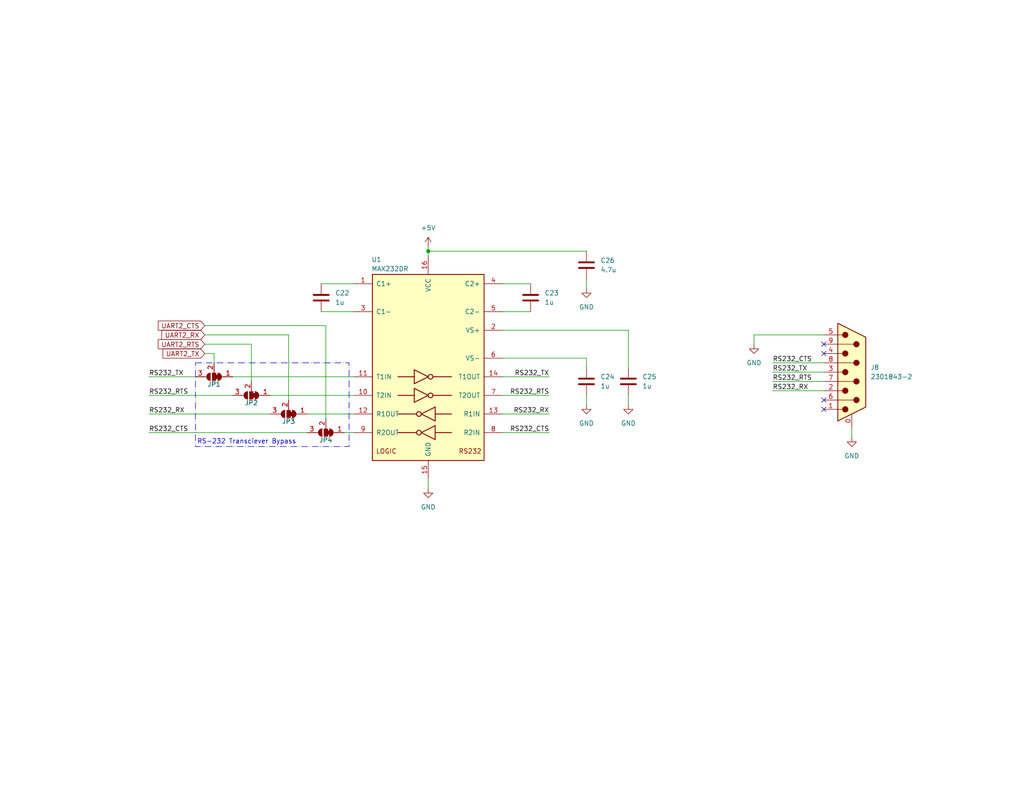
<source format=kicad_sch>
(kicad_sch (version 20250114) (generator "eeschema") (generator_version "9.0")
  (paper "USLetter")
  (title_block (title "RS-232 Transciever") (rev "alpha") (company "Haas Hooligans") (comment 1 "Ryan Jacoby"))
  (lib_symbols
    (symbol "Connector:DE9_Pins_MountingHoles" (pin_names (offset 1.016) (hide yes))
      (property "Reference" "J" (at 0 16.51 0))
      (property "Value" "DE9_Pins_MountingHoles" (at 0 14.605 0))
      (symbol "DE9_Pins_MountingHoles_0_1"
        (polyline (pts (xy -3.81 10.16) (xy -2.54 10.16)))
        (polyline (pts (xy -3.81 7.62) (xy 0.508 7.62)))
        (polyline (pts (xy -3.81 5.08) (xy -2.54 5.08)))
        (polyline (pts (xy -3.81 2.54) (xy 0.508 2.54)))
        (polyline (pts (xy -3.81 0) (xy -2.54 0)))
        (polyline (pts (xy -3.81 -2.54) (xy 0.508 -2.54)))
        (polyline (pts (xy -3.81 -5.08) (xy -2.54 -5.08)))
        (polyline (pts (xy -3.81 -7.62) (xy 0.508 -7.62)))
        (polyline (pts (xy -3.81 -10.16) (xy -2.54 -10.16)))
        (polyline (pts (xy -3.81 -13.335) (xy -3.81 13.335) (xy 3.81 9.525) (xy 3.81 -9.525) (xy -3.81 -13.335)) (stroke (width 0.254)) (fill (type background)))
        (circle (center -1.778 10.16) (radius 0.762) (fill (type outline)))
        (circle (center -1.778 5.08) (radius 0.762) (fill (type outline)))
        (circle (center -1.778 0) (radius 0.762) (fill (type outline)))
        (circle (center -1.778 -5.08) (radius 0.762) (fill (type outline)))
        (circle (center -1.778 -10.16) (radius 0.762) (fill (type outline)))
        (circle (center 1.27 7.62) (radius 0.762) (fill (type outline)))
        (circle (center 1.27 2.54) (radius 0.762) (fill (type outline)))
        (circle (center 1.27 -2.54) (radius 0.762) (fill (type outline)))
        (circle (center 1.27 -7.62) (radius 0.762) (fill (type outline)))
      )
      (symbol "DE9_Pins_MountingHoles_1_1"
        (pin passive line (at -7.62 10.16 0) (length 3.81) (name "5") (number "5"))
        (pin passive line (at -7.62 7.62 0) (length 3.81) (name "9") (number "9"))
        (pin passive line (at -7.62 5.08 0) (length 3.81) (name "4") (number "4"))
        (pin passive line (at -7.62 2.54 0) (length 3.81) (name "8") (number "8"))
        (pin passive line (at -7.62 0 0) (length 3.81) (name "3") (number "3"))
        (pin passive line (at -7.62 -2.54 0) (length 3.81) (name "7") (number "7"))
        (pin passive line (at -7.62 -5.08 0) (length 3.81) (name "2") (number "2"))
        (pin passive line (at -7.62 -7.62 0) (length 3.81) (name "6") (number "6"))
        (pin passive line (at -7.62 -10.16 0) (length 3.81) (name "1") (number "1"))
        (pin passive line (at 0 -15.24 90) (length 3.81) (name "PAD") (number "0"))
      )
    )
    (symbol "Device:C" (pin_numbers (hide yes)) (pin_names (offset 0.254))
      (property "Reference" "C" (at 0.635 2.54 0))
      (property "Value" "C" (at 0.635 -2.54 0))
      (symbol "C_0_1"
        (polyline (pts (xy -2.032 0.762) (xy 2.032 0.762)) (stroke (width 0.508)))
        (polyline (pts (xy -2.032 -0.762) (xy 2.032 -0.762)) (stroke (width 0.508)))
      )
      (symbol "C_1_1"
        (pin passive line (at 0 3.81 270) (length 2.794) (name "~") (number "1"))
        (pin passive line (at 0 -3.81 90) (length 2.794) (name "~") (number "2"))
      )
    )
    (symbol "Interface_UART:MAX232" (pin_names (offset 1.016))
      (property "Reference" "U" (at -2.54 28.575 0))
      (property "Value" "MAX232" (at -2.54 26.67 0))
      (symbol "MAX232_0_0"
        (text "LOGIC" (at -11.43 -22.86 0) (effects (font (size 1.27 1.27))))
        (text "RS232" (at 11.43 -22.86 0) (effects (font (size 1.27 1.27))))
      )
      (symbol "MAX232_0_1"
        (rectangle (start -15.24 -25.4) (end 15.24 25.4) (stroke (width 0.254)) (fill (type background)))
        (polyline (pts (xy -3.81 -0.635) (xy -3.81 -4.445) (xy 0 -2.54) (xy -3.81 -0.635)) (stroke (width 0.254)))
        (polyline (pts (xy -3.81 -2.54) (xy -8.255 -2.54)) (stroke (width 0.254)))
        (polyline (pts (xy -3.81 -5.715) (xy -3.81 -9.525) (xy 0 -7.62) (xy -3.81 -5.715)) (stroke (width 0.254)))
        (polyline (pts (xy -3.81 -7.62) (xy -8.255 -7.62)) (stroke (width 0.254)))
        (polyline (pts (xy -3.175 -12.7) (xy -8.255 -12.7)) (stroke (width 0.254)))
        (polyline (pts (xy -3.175 -17.78) (xy -8.255 -17.78)) (stroke (width 0.254)))
        (circle (center -2.54 -12.7) (radius 0.635) (stroke (width 0.254)))
        (circle (center -2.54 -17.78) (radius 0.635) (stroke (width 0.254)))
        (circle (center 0.635 -2.54) (radius 0.635) (stroke (width 0.254)))
        (circle (center 0.635 -7.62) (radius 0.635) (stroke (width 0.254)))
        (polyline (pts (xy 1.27 -2.54) (xy 6.35 -2.54)) (stroke (width 0.254)))
        (polyline (pts (xy 1.27 -7.62) (xy 6.35 -7.62)) (stroke (width 0.254)))
        (polyline (pts (xy 1.905 -10.795) (xy 1.905 -14.605) (xy -1.905 -12.7) (xy 1.905 -10.795)) (stroke (width 0.254)))
        (polyline (pts (xy 1.905 -12.7) (xy 6.35 -12.7)) (stroke (width 0.254)))
        (polyline (pts (xy 1.905 -15.875) (xy 1.905 -19.685) (xy -1.905 -17.78) (xy 1.905 -15.875)) (stroke (width 0.254)))
        (polyline (pts (xy 1.905 -17.78) (xy 6.35 -17.78)) (stroke (width 0.254)))
      )
      (symbol "MAX232_1_1"
        (pin passive line (at -20.32 22.86 0) (length 5.08) (name "C1+") (number "1"))
        (pin passive line (at -20.32 15.24 0) (length 5.08) (name "C1-") (number "3"))
        (pin input line (at -20.32 -2.54 0) (length 5.08) (name "T1IN") (number "11"))
        (pin input line (at -20.32 -7.62 0) (length 5.08) (name "T2IN") (number "10"))
        (pin output line (at -20.32 -12.7 0) (length 5.08) (name "R1OUT") (number "12"))
        (pin output line (at -20.32 -17.78 0) (length 5.08) (name "R2OUT") (number "9"))
        (pin power_in line (at 0 30.48 270) (length 5.08) (name "VCC") (number "16"))
        (pin power_in line (at 0 -30.48 90) (length 5.08) (name "GND") (number "15"))
        (pin passive line (at 20.32 22.86 180) (length 5.08) (name "C2+") (number "4"))
        (pin passive line (at 20.32 15.24 180) (length 5.08) (name "C2-") (number "5"))
        (pin power_out line (at 20.32 10.16 180) (length 5.08) (name "VS+") (number "2"))
        (pin power_out line (at 20.32 2.54 180) (length 5.08) (name "VS-") (number "6"))
        (pin output line (at 20.32 -2.54 180) (length 5.08) (name "T1OUT") (number "14"))
        (pin output line (at 20.32 -7.62 180) (length 5.08) (name "T2OUT") (number "7"))
        (pin input line (at 20.32 -12.7 180) (length 5.08) (name "R1IN") (number "13"))
        (pin input line (at 20.32 -17.78 180) (length 5.08) (name "R2IN") (number "8"))
      )
    )
    (symbol "Jumper:SolderJumper_3_Bridged12" (pin_names (offset 0) (hide yes)) (exclude_from_sim yes) (in_bom no)
      (property "Reference" "JP" (at -2.54 -2.54 0))
      (property "Value" "SolderJumper_3_Bridged12" (at 0 2.794 0))
      (symbol "SolderJumper_3_Bridged12_0_1"
        (polyline (pts (xy -2.54 0) (xy -2.032 0)))
        (polyline (pts (xy -1.016 1.016) (xy -1.016 -1.016)))
        (rectangle (start -1.016 0.508) (end -0.508 -0.508) (fill (type outline)))
        (arc (start -1.016 -1.016) (mid -2.0276 0) (end -1.016 1.016))
        (arc (start -1.016 -1.016) (mid -2.0276 0) (end -1.016 1.016) (fill (type outline)))
        (rectangle (start -0.508 1.016) (end 0.508 -1.016) (fill (type outline)))
        (polyline (pts (xy 0 -1.27) (xy 0 -1.016)))
        (arc (start 1.016 1.016) (mid 2.0276 0) (end 1.016 -1.016))
        (arc (start 1.016 1.016) (mid 2.0276 0) (end 1.016 -1.016) (fill (type outline)))
        (polyline (pts (xy 1.016 1.016) (xy 1.016 -1.016)))
        (polyline (pts (xy 2.54 0) (xy 2.032 0)))
      )
      (symbol "SolderJumper_3_Bridged12_1_1"
        (pin passive line (at -5.08 0 0) (length 2.54) (name "A") (number "1"))
        (pin passive line (at 0 -3.81 90) (length 2.54) (name "C") (number "2"))
        (pin passive line (at 5.08 0 180) (length 2.54) (name "B") (number "3"))
      )
    )
    (symbol "power:+5V" (power) (pin_numbers (hide yes)) (pin_names (offset 0) (hide yes))
      (property "Value" "+5V" (at 0 3.556 0))
      (symbol "+5V_0_1"
        (polyline (pts (xy -0.762 1.27) (xy 0 2.54)))
        (polyline (pts (xy 0 2.54) (xy 0.762 1.27)))
        (polyline (pts (xy 0 0) (xy 0 2.54)))
      )
      (symbol "+5V_1_1"
        (pin power_in line (at 0 0 90) (length 0) (name "~") (number "1"))
      )
    )
    (symbol "power:GND" (power) (pin_numbers (hide yes)) (pin_names (offset 0) (hide yes))
      (property "Value" "GND" (at 0 -3.81 0))
      (symbol "GND_0_1"
        (polyline (pts (xy 0 0) (xy 0 -1.27) (xy 1.27 -1.27) (xy 0 -2.54) (xy -1.27 -1.27) (xy 0 -1.27)))
      )
      (symbol "GND_1_1"
        (pin power_in line (at 0 0 270) (length 0) (name "~") (number "1"))
      )
    )
  )
  (rectangle (start 53.34 99.06) (end 95.25 121.92) (stroke (width 0) (type dash_dot)))
  (text "RS-232 Transciever Bypass" (at 67.31 120.65 0) (effects (font (size 1.27 1.27))))
  (junction (at 116.84 68.58))
  (no_connect (at 224.79 109.22))
  (no_connect (at 224.79 96.52))
  (no_connect (at 224.79 93.98))
  (no_connect (at 224.79 111.76))
  (wire (pts (xy 116.84 67.31) (xy 116.84 68.58)))
  (wire (pts (xy 116.84 68.58) (xy 116.84 69.85)))
  (wire (pts (xy 171.45 107.95) (xy 171.45 110.49)))
  (wire (pts (xy 88.9 88.9) (xy 88.9 114.3)))
  (wire (pts (xy 40.64 107.95) (xy 63.5 107.95)))
  (wire (pts (xy 58.42 99.06) (xy 58.42 96.52)))
  (wire (pts (xy 160.02 100.33) (xy 160.02 97.79)))
  (wire (pts (xy 160.02 97.79) (xy 137.16 97.79)))
  (wire (pts (xy 73.66 107.95) (xy 96.52 107.95)))
  (wire (pts (xy 53.34 102.87) (xy 40.64 102.87)))
  (wire (pts (xy 137.16 90.17) (xy 171.45 90.17)))
  (wire (pts (xy 55.88 93.98) (xy 68.58 93.98)))
  (wire (pts (xy 137.16 118.11) (xy 149.86 118.11)))
  (wire (pts (xy 55.88 88.9) (xy 88.9 88.9)))
  (wire (pts (xy 205.74 91.44) (xy 205.74 93.98)))
  (wire (pts (xy 210.82 101.6) (xy 224.79 101.6)))
  (wire (pts (xy 144.78 85.09) (xy 137.16 85.09)))
  (wire (pts (xy 87.63 85.09) (xy 96.52 85.09)))
  (wire (pts (xy 116.84 68.58) (xy 160.02 68.58)))
  (wire (pts (xy 116.84 130.81) (xy 116.84 133.35)))
  (wire (pts (xy 137.16 102.87) (xy 149.86 102.87)))
  (wire (pts (xy 87.63 77.47) (xy 96.52 77.47)))
  (wire (pts (xy 137.16 107.95) (xy 149.86 107.95)))
  (wire (pts (xy 224.79 91.44) (xy 205.74 91.44)))
  (wire (pts (xy 171.45 90.17) (xy 171.45 100.33)))
  (wire (pts (xy 160.02 107.95) (xy 160.02 110.49)))
  (wire (pts (xy 40.64 113.03) (xy 73.66 113.03)))
  (wire (pts (xy 55.88 91.44) (xy 78.74 91.44)))
  (wire (pts (xy 210.82 104.14) (xy 224.79 104.14)))
  (wire (pts (xy 210.82 106.68) (xy 224.79 106.68)))
  (wire (pts (xy 78.74 91.44) (xy 78.74 109.22)))
  (wire (pts (xy 55.88 96.52) (xy 58.42 96.52)))
  (wire (pts (xy 83.82 113.03) (xy 96.52 113.03)))
  (wire (pts (xy 210.82 99.06) (xy 224.79 99.06)))
  (wire (pts (xy 144.78 77.47) (xy 137.16 77.47)))
  (wire (pts (xy 40.64 118.11) (xy 83.82 118.11)))
  (wire (pts (xy 63.5 102.87) (xy 96.52 102.87)))
  (wire (pts (xy 137.16 113.03) (xy 149.86 113.03)))
  (wire (pts (xy 160.02 76.2) (xy 160.02 78.74)))
  (wire (pts (xy 68.58 93.98) (xy 68.58 104.14)))
  (wire (pts (xy 232.41 116.84) (xy 232.41 119.38)))
  (wire (pts (xy 93.98 118.11) (xy 96.52 118.11)))
  (label "RS232_RTS" (at 40.64 107.95 0))
  (label "RS232_TX" (at 149.86 102.87 180))
  (label "RS232_CTS" (at 210.82 99.06 0))
  (label "RS232_RTS" (at 149.86 107.95 180))
  (label "RS232_RX" (at 210.82 106.68 0))
  (label "RS232_TX" (at 40.64 102.87 0))
  (label "RS232_RX" (at 40.64 113.03 0))
  (label "RS232_CTS" (at 40.64 118.11 0))
  (label "RS232_CTS" (at 149.86 118.11 180))
  (label "RS232_TX" (at 210.82 101.6 0))
  (label "RS232_RTS" (at 210.82 104.14 0))
  (label "RS232_RX" (at 149.86 113.03 180))
  (global_label "UART2_CTS" (shape input) (at 55.88 88.9 180) (property "Intersheetrefs" "${INTERSHEET_REFS}" (effects (hide yes))))
  (global_label "UART2_TX" (shape input) (at 55.88 96.52 180) (property "Intersheetrefs" "${INTERSHEET_REFS}" (effects (hide yes))))
  (global_label "UART2_RX" (shape input) (at 55.88 91.44 180) (property "Intersheetrefs" "${INTERSHEET_REFS}" (effects (hide yes))))
  (global_label "UART2_RTS" (shape input) (at 55.88 93.98 180) (property "Intersheetrefs" "${INTERSHEET_REFS}" (effects (hide yes))))
  (symbol (lib_id "power:GND") (at 205.74 93.98 0) (unit 1)
    (property "Reference" "#PWR048" (effects (hide yes)))
    (property "Value" "GND" (at 205.74 99.06 0))
    (property "Description" "Power symbol creates a global label with name \"GND\" , ground" (effects (hide yes)))
  )
  (symbol (lib_id "power:+5V") (at 116.84 67.31 0) (unit 1)
    (property "Reference" "#PWR041" (effects (hide yes)))
    (property "Value" "+5V" (at 116.84 62.23 0))
    (property "Description" "Power symbol creates a global label with name \"+5V\"" (effects (hide yes)))
  )
  (symbol (lib_id "power:GND") (at 160.02 78.74 0) (unit 1)
    (property "Reference" "#PWR047" (effects (hide yes)))
    (property "Value" "GND" (at 160.02 83.82 0))
    (property "Description" "Power symbol creates a global label with name \"GND\" , ground" (effects (hide yes)))
  )
  (symbol (lib_id "Jumper:SolderJumper_3_Bridged12") (at 88.9 118.11 180) (unit 1) (exclude_from_sim yes) (in_bom no)
    (property "Reference" "JP4" (at 88.9 120.142 0))
    (property "Value" "SolderJumper_3_Bridged12" (effects (hide yes)))
    (property "Footprint" "Jumper:SolderJumper-3_P1.3mm_Bridged12_RoundedPad1.0x1.5mm" (effects (hide yes)))
    (property "Description" "3-pole Solder Jumper, pins 1+2 closed/bridged" (effects (hide yes)))
  )
  (symbol (lib_id "power:GND") (at 171.45 110.49 0) (unit 1)
    (property "Reference" "#PWR046" (effects (hide yes)))
    (property "Value" "GND" (at 171.45 115.57 0))
    (property "Description" "Power symbol creates a global label with name \"GND\" , ground" (effects (hide yes)))
  )
  (symbol (lib_id "Device:C") (at 160.02 104.14 0) (unit 1)
    (property "Reference" "C24" (at 163.83 102.8699 0) (effects (justify left)))
    (property "Value" "1u" (at 163.83 105.4099 0) (effects (justify left)))
    (property "Footprint" "Capacitor_SMD:C_0603_1608Metric" (effects (hide yes)))
    (property "Description" "Unpolarized capacitor" (effects (hide yes)))
    (property "DPN" "587-2984-1-ND" (effects (hide yes)))
  )
  (symbol (lib_id "Interface_UART:MAX232") (at 116.84 100.33 0) (unit 1)
    (property "Reference" "U1" (at 101.346 70.866 0) (effects (justify left)))
    (property "Value" "MAX232DR" (at 101.346 73.406 0) (effects (justify left)))
    (property "Footprint" "Package_SO:SOIC-16_3.9x9.9mm_P1.27mm" (effects (hide yes)))
    (property "Datasheet" "http://www.ti.com/lit/ds/symlink/max232.pdf" (effects (hide yes)))
    (property "Description" "Dual RS232 driver/receiver, 5V supply, 120kb/s, 0C-70C" (effects (hide yes)))
    (property "DPN" "296-14619-1-ND" (effects (hide yes)))
  )
  (symbol (lib_id "Jumper:SolderJumper_3_Bridged12") (at 68.58 107.95 180) (unit 1) (exclude_from_sim yes) (in_bom no)
    (property "Reference" "JP2" (at 68.58 109.982 0))
    (property "Value" "SolderJumper_3_Bridged12" (effects (hide yes)))
    (property "Footprint" "Jumper:SolderJumper-3_P1.3mm_Bridged12_RoundedPad1.0x1.5mm" (effects (hide yes)))
    (property "Description" "3-pole Solder Jumper, pins 1+2 closed/bridged" (effects (hide yes)))
  )
  (symbol (lib_id "Device:C") (at 171.45 104.14 0) (unit 1)
    (property "Reference" "C25" (at 175.26 102.8699 0) (effects (justify left)))
    (property "Value" "1u" (at 175.26 105.4099 0) (effects (justify left)))
    (property "Footprint" "Capacitor_SMD:C_0603_1608Metric" (effects (hide yes)))
    (property "Description" "Unpolarized capacitor" (effects (hide yes)))
    (property "DPN" "587-2984-1-ND" (effects (hide yes)))
  )
  (symbol (lib_id "Device:C") (at 144.78 81.28 0) (unit 1)
    (property "Reference" "C23" (at 148.59 80.0099 0) (effects (justify left)))
    (property "Value" "1u" (at 148.59 82.5499 0) (effects (justify left)))
    (property "Footprint" "Capacitor_SMD:C_0603_1608Metric" (effects (hide yes)))
    (property "Description" "Unpolarized capacitor" (effects (hide yes)))
    (property "DPN" "587-2984-1-ND" (effects (hide yes)))
  )
  (symbol (lib_id "Jumper:SolderJumper_3_Bridged12") (at 78.74 113.03 180) (unit 1) (exclude_from_sim yes) (in_bom no)
    (property "Reference" "JP3" (at 78.74 115.062 0))
    (property "Value" "SolderJumper_3_Bridged12" (effects (hide yes)))
    (property "Footprint" "Jumper:SolderJumper-3_P1.3mm_Bridged12_RoundedPad1.0x1.5mm" (effects (hide yes)))
    (property "Description" "3-pole Solder Jumper, pins 1+2 closed/bridged" (effects (hide yes)))
  )
  (symbol (lib_id "power:GND") (at 160.02 110.49 0) (unit 1)
    (property "Reference" "#PWR045" (effects (hide yes)))
    (property "Value" "GND" (at 160.02 115.57 0))
    (property "Description" "Power symbol creates a global label with name \"GND\" , ground" (effects (hide yes)))
  )
  (symbol (lib_id "Connector:DE9_Pins_MountingHoles") (at 232.41 101.6 0) (unit 1)
    (property "Reference" "J8" (at 237.49 100.3299 0) (effects (justify left)))
    (property "Value" "2301843-2" (at 237.49 102.8699 0) (effects (justify left)))
    (property "Footprint" "Connector_Dsub:DSUB-9_Pins_Horizontal_P2.77x2.84mm_EdgePinOffset9.90mm_Housed_MountingHolesOffset11.32mm" (effects (hide yes)))
    (property "Datasheet" "https://www.te.com/usa-en/product-2301843-2.datasheet.pdf" (effects (hide yes)))
    (property "Description" "9-pin D-SUB connector, pins (male), Mounting Hole" (effects (hide yes)))
    (property "DPN" "A132511-ND" (effects (hide yes)))
  )
  (symbol (lib_id "power:GND") (at 232.41 119.38 0) (unit 1)
    (property "Reference" "#PWR049" (effects (hide yes)))
    (property "Value" "GND" (at 232.41 124.46 0))
    (property "Description" "Power symbol creates a global label with name \"GND\" , ground" (effects (hide yes)))
  )
  (symbol (lib_id "power:GND") (at 116.84 133.35 0) (unit 1)
    (property "Reference" "#PWR042" (effects (hide yes)))
    (property "Value" "GND" (at 116.84 138.43 0))
    (property "Description" "Power symbol creates a global label with name \"GND\" , ground" (effects (hide yes)))
  )
  (symbol (lib_id "Jumper:SolderJumper_3_Bridged12") (at 58.42 102.87 180) (unit 1) (exclude_from_sim yes) (in_bom no)
    (property "Reference" "JP1" (at 58.42 104.902 0))
    (property "Value" "SolderJumper_3_Bridged12" (effects (hide yes)))
    (property "Footprint" "Jumper:SolderJumper-3_P1.3mm_Bridged12_RoundedPad1.0x1.5mm" (effects (hide yes)))
    (property "Description" "3-pole Solder Jumper, pins 1+2 closed/bridged" (effects (hide yes)))
  )
  (symbol (lib_id "Device:C") (at 160.02 72.39 0) (unit 1)
    (property "Reference" "C26" (at 163.83 71.1199 0) (effects (justify left)))
    (property "Value" "4.7u" (at 163.83 73.6599 0) (effects (justify left)))
    (property "Footprint" "Capacitor_SMD:C_0603_1608Metric" (effects (hide yes)))
    (property "Description" "Unpolarized capacitor" (effects (hide yes)))
    (property "DPN" "1276-1044-1-ND" (effects (hide yes)))
  )
  (symbol (lib_id "Device:C") (at 87.63 81.28 0) (unit 1)
    (property "Reference" "C22" (at 91.44 80.0099 0) (effects (justify left)))
    (property "Value" "1u" (at 91.44 82.5499 0) (effects (justify left)))
    (property "Footprint" "Capacitor_SMD:C_0603_1608Metric" (effects (hide yes)))
    (property "Description" "Unpolarized capacitor" (effects (hide yes)))
    (property "DPN" "587-2984-1-ND" (effects (hide yes)))
  )
)
</source>
